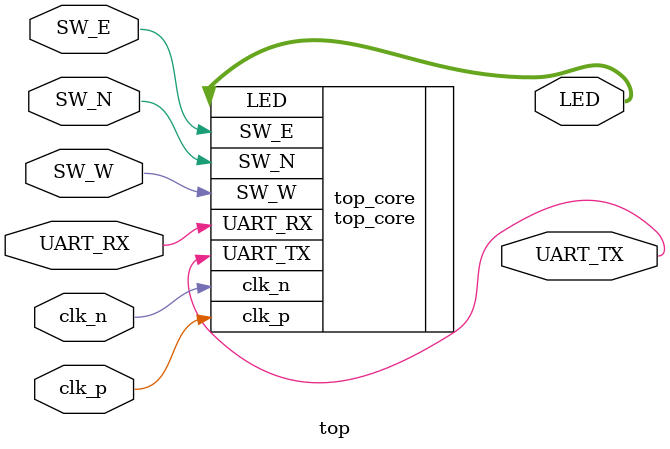
<source format=v>
`timescale 1 ns / 100 ps

module top(

//clk -> clk_wiz　を通してから供給
	input wire clk_p,
	input wire clk_n,
	//input wire clk,
//UART

	input wire UART_RX,
	output wire UART_TX,

//debug

	input wire SW_W,
	input wire SW_E,
	input wire SW_N,
	output wire[7:0] LED


);

	top_core  #(.MEM_WIDTH(16),.INST_WIDTH(16)) top_core(.clk_p(clk_p),.clk_n(clk_n),.SW_N(SW_N),.SW_E(SW_E),.SW_W(SW_W),.LED(LED),.UART_RX(UART_RX),.UART_TX(UART_TX));
	//top_core #(.MEM_WIDTH(16),.INST_WIDTH(16)) top_core(.clk(clk),.SW_N(SW_N),.SW_E(SW_E),.SW_W(SW_W),.LED(LED),.UART_RX(UART_RX),.UART_TX(UART_TX));

endmodule

</source>
